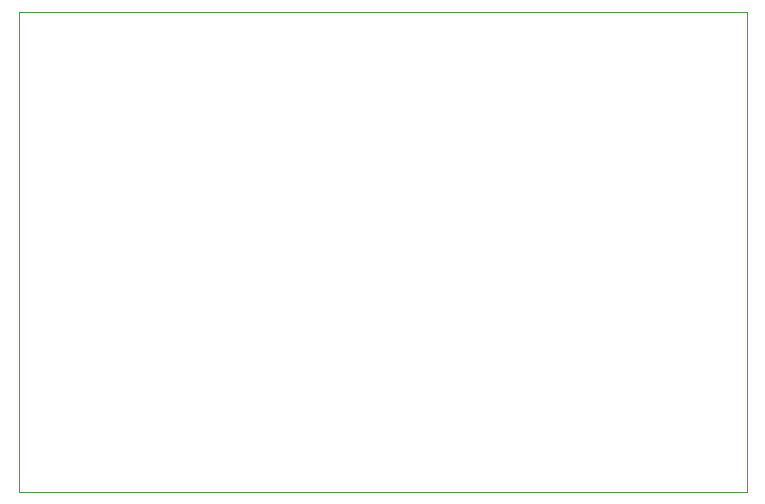
<source format=gbr>
G04 #@! TF.GenerationSoftware,KiCad,Pcbnew,5.0.0+dfsg1-2*
G04 #@! TF.CreationDate,2018-11-18T20:59:02-06:00*
G04 #@! TF.ProjectId,dimmer-2ch,64696D6D65722D3263682E6B69636164,rev?*
G04 #@! TF.SameCoordinates,Original*
G04 #@! TF.FileFunction,Profile,NP*
%FSLAX46Y46*%
G04 Gerber Fmt 4.6, Leading zero omitted, Abs format (unit mm)*
G04 Created by KiCad (PCBNEW 5.0.0+dfsg1-2) date Sun Nov 18 20:59:02 2018*
%MOMM*%
%LPD*%
G01*
G04 APERTURE LIST*
%ADD10C,0.050000*%
G04 APERTURE END LIST*
D10*
X118745000Y-123507500D02*
X180403500Y-123507500D01*
X118745000Y-82867500D02*
X118745000Y-123507500D01*
X180403500Y-82867500D02*
X118745000Y-82867500D01*
X180403500Y-123507500D02*
X180403500Y-82867500D01*
M02*

</source>
